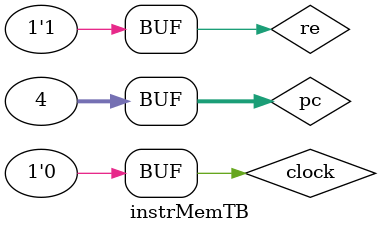
<source format=sv>
/**
* Instituto Tecnologico de Costa Rica
* @author Victor Chavarria Fernadez, Jeison Melendez Arrieta, Andres Vargas Rivera
* Proyecto 1
* Arquitectura de Computadores I
*/
`timescale 1ns/1ns
//Archivo prueba memoria de instrucciones 
module instrMemTB();
logic [31:0]inst;
logic clock;
logic [31:0] pc;
logic re;

initial
	begin
		clock=0;
		pc = 4;
		re = 1;
	end

instr_Mem codeMem(
	.PC(pc),
	.instr(inst),
	.read_enable(re),
	.clk(clock));


always
	begin
		clock<=1; #10;
		clock<=0; #10;
	end
endmodule

</source>
